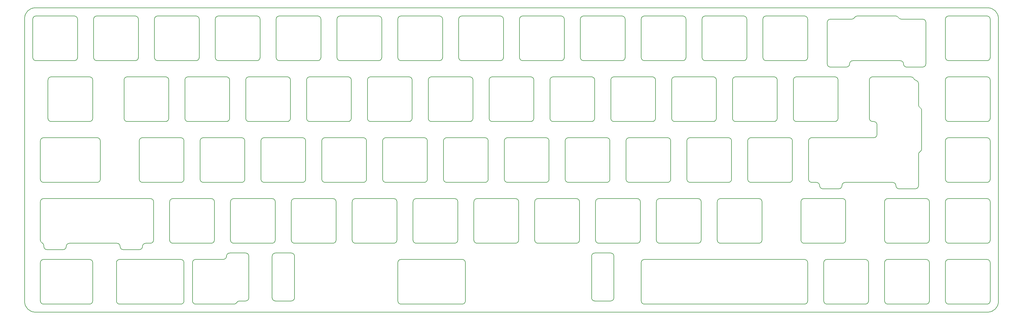
<source format=gbr>
%TF.GenerationSoftware,KiCad,Pcbnew,5.1.10-88a1d61d58~90~ubuntu21.04.1*%
%TF.CreationDate,2021-08-28T01:20:17+02:00*%
%TF.ProjectId,discipline-plate,64697363-6970-46c6-996e-652d706c6174,rev?*%
%TF.SameCoordinates,Original*%
%TF.FileFunction,Paste,Top*%
%TF.FilePolarity,Positive*%
%FSLAX46Y46*%
G04 Gerber Fmt 4.6, Leading zero omitted, Abs format (unit mm)*
G04 Created by KiCad (PCBNEW 5.1.10-88a1d61d58~90~ubuntu21.04.1) date 2021-08-28 01:20:17*
%MOMM*%
%LPD*%
G01*
G04 APERTURE LIST*
%TA.AperFunction,Profile*%
%ADD10C,0.200000*%
%TD*%
%TA.AperFunction,Profile*%
%ADD11C,0.150000*%
%TD*%
G04 APERTURE END LIST*
D10*
X297929300Y-163998400D02*
G75*
G02*
X298929300Y-164998400I0J-1000000D01*
G01*
X298929300Y-176998400D02*
G75*
G02*
X297929300Y-177998400I-1000000J0D01*
G01*
X298929300Y-164998400D02*
X298929300Y-176998400D01*
X246829300Y-164998400D02*
X246829300Y-176998400D01*
X247829300Y-177998400D02*
G75*
G02*
X246829300Y-176998400I0J1000000D01*
G01*
X247829300Y-163998400D02*
X297929300Y-163998400D01*
X247829300Y-177998400D02*
X297929300Y-177998400D01*
X120200325Y-177498400D02*
G75*
G02*
X119334300Y-177998400I-866025J500000D01*
G01*
X123978050Y-175998400D02*
X123978050Y-162998400D01*
X123978050Y-175998400D02*
G75*
G02*
X122978050Y-176998400I-1000000J0D01*
G01*
X107334300Y-177998400D02*
G75*
G02*
X106334300Y-176998400I0J1000000D01*
G01*
X116978050Y-162998400D02*
G75*
G02*
X117978050Y-161998400I1000000J0D01*
G01*
X103665550Y-176998400D02*
G75*
G02*
X102665550Y-177998400I-1000000J0D01*
G01*
X102665550Y-163998400D02*
G75*
G02*
X103665550Y-164998400I0J-1000000D01*
G01*
X103665550Y-164998400D02*
X103665550Y-176998400D01*
X82521800Y-164998400D02*
G75*
G02*
X83521800Y-163998400I1000000J0D01*
G01*
X83521800Y-177998400D02*
G75*
G02*
X82521800Y-176998400I0J1000000D01*
G01*
X122978050Y-161998400D02*
G75*
G02*
X123978050Y-162998400I0J-1000000D01*
G01*
X106334300Y-164998400D02*
X106334300Y-176998400D01*
X107334300Y-177998400D02*
X119334300Y-177998400D01*
X83521800Y-177998400D02*
X102665550Y-177998400D01*
X83521800Y-163998400D02*
X102665550Y-163998400D01*
X107334300Y-163998400D02*
X115978050Y-163998400D01*
X116978049Y-162998400D02*
X116978049Y-162998400D01*
X116978050Y-162998400D02*
G75*
G02*
X115978050Y-163998400I-1000000J0D01*
G01*
X106334300Y-164998400D02*
G75*
G02*
X107334300Y-163998400I1000000J0D01*
G01*
X122978050Y-161998400D02*
X117978050Y-161998400D01*
X120200325Y-177498400D02*
G75*
G02*
X121066350Y-176998400I866025J-500000D01*
G01*
X122978050Y-176998400D02*
X121066350Y-176998400D01*
X75090550Y-176998400D02*
G75*
G02*
X74090550Y-177998400I-1000000J0D01*
G01*
X75090550Y-164998400D02*
X75090550Y-176998400D01*
X58709300Y-164998400D02*
X58709300Y-176998400D01*
X82521800Y-164998400D02*
X82521800Y-176998400D01*
X59709300Y-163998400D02*
X74090550Y-163998400D01*
X59709300Y-177998400D02*
X74090550Y-177998400D01*
X74090550Y-163998400D02*
G75*
G02*
X75090550Y-164998400I0J-1000000D01*
G01*
X59709300Y-177998400D02*
G75*
G02*
X58709300Y-176998400I0J1000000D01*
G01*
X58709300Y-164998400D02*
G75*
G02*
X59709300Y-163998400I1000000J0D01*
G01*
X191769300Y-164998400D02*
X191769300Y-176998400D01*
X170629300Y-164998400D02*
G75*
G02*
X171629300Y-163998400I1000000J0D01*
G01*
X190769300Y-177998400D02*
X171629300Y-177998400D01*
X191769300Y-176998400D02*
G75*
G02*
X190769300Y-177998400I-1000000J0D01*
G01*
X171629300Y-177998400D02*
G75*
G02*
X170629300Y-176998400I0J1000000D01*
G01*
X171629300Y-163998400D02*
X190769300Y-163998400D01*
X190769300Y-163998400D02*
G75*
G02*
X191769300Y-164998400I0J-1000000D01*
G01*
X170629300Y-176998400D02*
X170629300Y-164998400D01*
X246829300Y-164998400D02*
G75*
G02*
X247829300Y-163998400I1000000J0D01*
G01*
X299216800Y-126898400D02*
G75*
G02*
X300216800Y-125898400I1000000J0D01*
G01*
X331266800Y-106848400D02*
X319266799Y-106848400D01*
X320648050Y-124898400D02*
X320648050Y-121848400D01*
X320648050Y-124898400D02*
G75*
G02*
X319648050Y-125898400I-1000000J0D01*
G01*
X319648050Y-120848400D02*
G75*
G02*
X320648050Y-121848400I0J-1000000D01*
G01*
X319266799Y-120848400D02*
G75*
G02*
X318266799Y-119848400I0J1000000D01*
G01*
X299216800Y-126898400D02*
X299216800Y-138898400D01*
X319266799Y-120848400D02*
X319648050Y-120848400D01*
X334648050Y-129373400D02*
X334648050Y-117373400D01*
X332167637Y-107414244D02*
G75*
G03*
X332858263Y-107957744I900838J434156D01*
G01*
X334148050Y-130239425D02*
G75*
G03*
X333648050Y-131105450I500000J-866025D01*
G01*
X300216800Y-139898400D02*
X301685050Y-139898400D01*
X300216800Y-125898400D02*
X319648050Y-125898400D01*
X333648050Y-140898400D02*
X333648050Y-131105450D01*
X327566004Y-141897090D02*
G75*
G02*
X326566003Y-140897089I0J1000001D01*
G01*
X334648050Y-129373400D02*
G75*
G02*
X334148050Y-130239425I-1000000J0D01*
G01*
X303689997Y-141898388D02*
G75*
G02*
X302685050Y-140898400I-4947J999988D01*
G01*
X333648050Y-140898400D02*
G75*
G02*
X332648050Y-141898400I-1000000J0D01*
G01*
X303689991Y-141897089D02*
X308689994Y-141897089D01*
X309689994Y-140897089D02*
G75*
G02*
X308689994Y-141897089I-1000000J0D01*
G01*
X300216800Y-139898400D02*
G75*
G02*
X299216800Y-138898400I0J1000000D01*
G01*
X332858263Y-107957744D02*
G75*
G02*
X333648050Y-108935400I-210213J-977656D01*
G01*
X318266799Y-107848400D02*
X318266799Y-119848400D01*
X326566003Y-140897089D02*
G75*
G03*
X325566003Y-139897089I-1000000J0D01*
G01*
X334148050Y-116507375D02*
G75*
G02*
X334648050Y-117373400I-500000J-866025D01*
G01*
X310689995Y-139897088D02*
G75*
G03*
X309689994Y-140897089I0J-1000001D01*
G01*
X302685050Y-140898400D02*
G75*
G03*
X301685050Y-139898400I-1000000J0D01*
G01*
X310689995Y-139897088D02*
X325566003Y-139897089D01*
X333648049Y-115641349D02*
G75*
G03*
X334148050Y-116507375I1000001J0D01*
G01*
X327566004Y-141897090D02*
X332648050Y-141898400D01*
X331266800Y-106848401D02*
G75*
G02*
X332167637Y-107414244I0J-999999D01*
G01*
X318266799Y-107848400D02*
G75*
G02*
X319266799Y-106848400I1000000J0D01*
G01*
X302685050Y-140898400D02*
X302685050Y-140898400D01*
X333648050Y-115641349D02*
X333648050Y-108935400D01*
X82673550Y-158948400D02*
G75*
G02*
X83673550Y-159948400I0J-1000000D01*
G01*
X59797549Y-159948400D02*
X59797549Y-159727846D01*
X66797550Y-159948400D02*
G75*
G02*
X67797550Y-158948400I1000000J0D01*
G01*
X59710550Y-144948400D02*
X93141800Y-144948400D01*
X84673550Y-160948400D02*
G75*
G02*
X83673550Y-159948400I0J1000000D01*
G01*
X94141800Y-157948400D02*
G75*
G02*
X93141800Y-158948400I-1000000J0D01*
G01*
X60797549Y-160948399D02*
X65797550Y-160948399D01*
X66797550Y-159948400D02*
G75*
G02*
X65797550Y-160948400I-1000000J0D01*
G01*
X58710550Y-145948399D02*
X58710550Y-157948400D01*
X83673550Y-159948400D02*
X83673550Y-159948400D01*
X59254050Y-158838123D02*
G75*
G02*
X59797550Y-159727846I-456500J-889723D01*
G01*
X94141800Y-145948399D02*
X94141800Y-157948400D01*
X66797550Y-159948400D02*
X66797550Y-159948400D01*
X58710550Y-145948399D02*
G75*
G02*
X59710550Y-144948399I1000000J0D01*
G01*
X90673550Y-159948400D02*
G75*
G02*
X89673550Y-160948400I-1000000J0D01*
G01*
X90673550Y-159948400D02*
G75*
G02*
X91673550Y-158948400I1000000J0D01*
G01*
X67797550Y-158948399D02*
X82673550Y-158948399D01*
X93141800Y-144948399D02*
G75*
G02*
X94141800Y-145948399I0J-1000000D01*
G01*
X90673550Y-159948400D02*
X90673550Y-159948400D01*
X84673550Y-160948399D02*
X89673550Y-160948399D01*
X91673550Y-158948399D02*
X93141800Y-158948399D01*
X60797549Y-160948400D02*
G75*
G02*
X59797549Y-159948400I0J1000000D01*
G01*
X59254050Y-158838123D02*
G75*
G02*
X58710550Y-157948400I456500J889723D01*
G01*
X356079300Y-119848400D02*
G75*
G02*
X355079300Y-120848400I-1000000J0D01*
G01*
X356079300Y-100798400D02*
G75*
G02*
X355079300Y-101798400I-1000000J0D01*
G01*
X160816800Y-138898400D02*
G75*
G02*
X159816800Y-139898400I-1000000J0D01*
G01*
X155054300Y-106848400D02*
G75*
G02*
X156054300Y-107848400I0J-1000000D01*
G01*
X137273050Y-161998400D02*
G75*
G02*
X138273050Y-162998400I0J-1000000D01*
G01*
X284929300Y-88798400D02*
G75*
G02*
X285929300Y-87798400I1000000J0D01*
G01*
X132273050Y-161998400D02*
X137273050Y-161998400D01*
X75379300Y-100798400D02*
X75379300Y-88798400D01*
X307454300Y-120848400D02*
X295454300Y-120848400D01*
X131273050Y-175998400D02*
X131273050Y-162998400D01*
X138273050Y-162998400D02*
X138273050Y-175998400D01*
X100191800Y-158948400D02*
G75*
G02*
X99191800Y-157948400I0J1000000D01*
G01*
X112191800Y-158948400D02*
X100191800Y-158948400D01*
X221729300Y-101798400D02*
X209729300Y-101798400D01*
X131273050Y-162998400D02*
G75*
G02*
X132273050Y-161998400I1000000J0D01*
G01*
X146529300Y-88798400D02*
X146529300Y-100798400D01*
X231254300Y-106848400D02*
G75*
G02*
X232254300Y-107848400I0J-1000000D01*
G01*
X132529300Y-88798400D02*
G75*
G02*
X133529300Y-87798400I1000000J0D01*
G01*
X89379300Y-88798400D02*
X89379300Y-100798400D01*
X128766800Y-125898400D02*
X140766800Y-125898400D01*
X143054300Y-106848400D02*
X155054300Y-106848400D01*
X62091800Y-106848400D02*
X74091800Y-106848400D01*
X140766800Y-125898400D02*
G75*
G02*
X141766800Y-126898400I0J-1000000D01*
G01*
X356079300Y-145948400D02*
X356079300Y-157948400D01*
X127766800Y-126898400D02*
G75*
G02*
X128766800Y-125898400I1000000J0D01*
G01*
X232254300Y-107848400D02*
X232254300Y-119848400D01*
X245541800Y-158948400D02*
X233541800Y-158948400D01*
X355079300Y-139898400D02*
X343079300Y-139898400D01*
X236016800Y-139898400D02*
X224016800Y-139898400D01*
X356079300Y-88798400D02*
X356079300Y-100798400D01*
X137291800Y-145948400D02*
G75*
G02*
X138291800Y-144948400I1000000J0D01*
G01*
X255066800Y-139898400D02*
X243066800Y-139898400D01*
X343079300Y-101798400D02*
G75*
G02*
X342079300Y-100798400I0J1000000D01*
G01*
X137273050Y-176998400D02*
X132273050Y-176998400D01*
X137291800Y-157948400D02*
X137291800Y-145948400D01*
X256066800Y-126898400D02*
X256066800Y-138898400D01*
X337029300Y-145948400D02*
X337029300Y-157948400D01*
X119241800Y-158948400D02*
G75*
G02*
X118241800Y-157948400I0J1000000D01*
G01*
X56329300Y-88798400D02*
G75*
G02*
X57329300Y-87798400I1000000J0D01*
G01*
X335942300Y-102798400D02*
G75*
G02*
X334942300Y-103798400I-1000000J0D01*
G01*
X342079300Y-138898400D02*
X342079300Y-126898400D01*
X231279300Y-175998400D02*
X231279300Y-162998400D01*
X150291799Y-158948400D02*
X138291800Y-158948400D01*
X197916800Y-139898400D02*
X185916800Y-139898400D01*
X203966800Y-138898400D02*
X203966800Y-126898400D01*
X138291800Y-158948400D02*
G75*
G02*
X137291800Y-157948400I0J1000000D01*
G01*
X124004300Y-120848400D02*
G75*
G02*
X123004300Y-119848400I0J1000000D01*
G01*
X76379300Y-87798400D02*
X88379300Y-87798400D01*
X104954300Y-120848400D02*
G75*
G02*
X103954300Y-119848400I0J1000000D01*
G01*
X285929300Y-101798400D02*
G75*
G02*
X284929300Y-100798400I0J1000000D01*
G01*
X243066800Y-139898400D02*
G75*
G02*
X242066800Y-138898400I0J1000000D01*
G01*
X343079300Y-158948400D02*
G75*
G02*
X342079300Y-157948400I0J1000000D01*
G01*
X309835550Y-144948400D02*
G75*
G02*
X310835550Y-145948400I0J-1000000D01*
G01*
X117954300Y-107848400D02*
X117954300Y-119848400D01*
X175391800Y-145948400D02*
G75*
G02*
X176391800Y-144948400I1000000J0D01*
G01*
X342079300Y-100798400D02*
X342079300Y-88798400D01*
X114479299Y-87798400D02*
X126479300Y-87798400D01*
X342079300Y-88798400D02*
G75*
G02*
X343079300Y-87798400I1000000J0D01*
G01*
X75379300Y-88798400D02*
G75*
G02*
X76379300Y-87798400I1000000J0D01*
G01*
X238304300Y-120848400D02*
G75*
G02*
X237304300Y-119848400I0J1000000D01*
G01*
X126479300Y-87798400D02*
G75*
G02*
X127479300Y-88798400I0J-1000000D01*
G01*
X243066800Y-125898400D02*
X255066800Y-125898400D01*
X133529300Y-87798400D02*
X145529300Y-87798400D01*
X175391800Y-157948400D02*
X175391800Y-145948400D01*
X132241800Y-145948400D02*
X132241800Y-157948400D01*
X311066300Y-103798400D02*
X306066300Y-103798400D01*
X145529300Y-87798400D02*
G75*
G02*
X146529300Y-88798400I0J-1000000D01*
G01*
X145529300Y-101798400D02*
X133529300Y-101798400D01*
X127479300Y-100798400D02*
G75*
G02*
X126479300Y-101798400I-1000000J0D01*
G01*
X326504300Y-87798400D02*
G75*
G02*
X327370325Y-88298400I0J-1000000D01*
G01*
X327942300Y-101798400D02*
G75*
G02*
X328942300Y-102798400I0J-1000000D01*
G01*
X305066300Y-89798400D02*
G75*
G02*
X306066300Y-88798400I1000000J0D01*
G01*
X355079300Y-144948400D02*
G75*
G02*
X356079300Y-145948400I0J-1000000D01*
G01*
X223016800Y-138898400D02*
X223016800Y-126898400D01*
X237279300Y-176998400D02*
X232279300Y-176998400D01*
X216966800Y-139898400D02*
X204966800Y-139898400D01*
X185916800Y-125898400D02*
X197916800Y-125898400D01*
X127479299Y-88798400D02*
X127479300Y-100798400D01*
X126479300Y-101798400D02*
X114479299Y-101798400D01*
X119241800Y-144948400D02*
X131241800Y-144948400D01*
X296835550Y-157948400D02*
X296835550Y-145948400D01*
X296835550Y-145948400D02*
G75*
G02*
X297835550Y-144948400I1000000J0D01*
G01*
X342079300Y-126898400D02*
G75*
G02*
X343079300Y-125898400I1000000J0D01*
G01*
X70329299Y-88798400D02*
X70329300Y-100798400D01*
X281166800Y-139898400D02*
G75*
G02*
X280166800Y-138898400I0J1000000D01*
G01*
X103954300Y-107848400D02*
G75*
G02*
X104954300Y-106848400I1000000J0D01*
G01*
X219254300Y-106848400D02*
X231254300Y-106848400D01*
X208441800Y-157948400D02*
G75*
G02*
X207441800Y-158948400I-1000000J0D01*
G01*
X76473050Y-139898400D02*
X59710550Y-139898400D01*
X123004300Y-107848400D02*
G75*
G02*
X124004300Y-106848400I1000000J0D01*
G01*
X147816800Y-139898400D02*
G75*
G02*
X146816800Y-138898400I0J1000000D01*
G01*
X257354300Y-120848400D02*
G75*
G02*
X256354300Y-119848400I0J1000000D01*
G01*
X122716800Y-138898400D02*
G75*
G02*
X121716800Y-139898400I-1000000J0D01*
G01*
X142054300Y-107848400D02*
G75*
G02*
X143054300Y-106848400I1000000J0D01*
G01*
X159816800Y-125898400D02*
G75*
G02*
X160816800Y-126898400I0J-1000000D01*
G01*
X251304300Y-119848400D02*
G75*
G02*
X250304300Y-120848400I-1000000J0D01*
G01*
X274116800Y-139898400D02*
X262116800Y-139898400D01*
X100191800Y-144948400D02*
X112191800Y-144948400D01*
X85904300Y-120848400D02*
G75*
G02*
X84904300Y-119848400I0J1000000D01*
G01*
X308454300Y-119848400D02*
G75*
G02*
X307454300Y-120848400I-1000000J0D01*
G01*
X214491800Y-144948400D02*
X226491800Y-144948400D01*
X262116800Y-125898400D02*
X274116800Y-125898400D01*
X75091800Y-119848400D02*
G75*
G02*
X74091800Y-120848400I-1000000J0D01*
G01*
X193154300Y-106848400D02*
G75*
G02*
X194154300Y-107848400I0J-1000000D01*
G01*
X108716800Y-138898400D02*
X108716800Y-126898400D01*
X256354300Y-119848400D02*
X256354300Y-107848400D01*
X227779300Y-88798400D02*
G75*
G02*
X228779300Y-87798400I1000000J0D01*
G01*
X250304300Y-106848400D02*
G75*
G02*
X251304300Y-107848400I0J-1000000D01*
G01*
X61091800Y-107848400D02*
G75*
G02*
X62091800Y-106848400I1000000J0D01*
G01*
X109716800Y-139898400D02*
G75*
G02*
X108716800Y-138898400I0J1000000D01*
G01*
X89379300Y-100798400D02*
G75*
G02*
X88379300Y-101798400I-1000000J0D01*
G01*
X151579300Y-100798400D02*
X151579300Y-88798400D01*
X88379300Y-101798400D02*
X76379300Y-101798400D01*
X190679300Y-101798400D02*
G75*
G02*
X189679300Y-100798400I0J1000000D01*
G01*
X281166800Y-125898400D02*
X293166800Y-125898400D01*
X323029300Y-176998400D02*
X323029300Y-164998400D01*
X260829300Y-88798400D02*
X260829300Y-100798400D01*
X208441800Y-145948400D02*
X208441800Y-157948400D01*
X121716800Y-139898400D02*
X109716800Y-139898400D01*
X209729300Y-101798400D02*
G75*
G02*
X208729300Y-100798400I0J1000000D01*
G01*
X279879300Y-88798400D02*
X279879300Y-100798400D01*
X183629299Y-87798400D02*
G75*
G02*
X184629299Y-88798400I0J-1000000D01*
G01*
X269354300Y-106848400D02*
G75*
G02*
X270354300Y-107848400I0J-1000000D01*
G01*
X316979300Y-177998400D02*
X304979300Y-177998400D01*
X237304300Y-119848400D02*
X237304300Y-107848400D01*
X95429300Y-101798400D02*
G75*
G02*
X94429300Y-100798400I0J1000000D01*
G01*
X297929300Y-87798400D02*
G75*
G02*
X298929300Y-88798400I0J-1000000D01*
G01*
X141766800Y-126898400D02*
X141766800Y-138898400D01*
X232254300Y-119848400D02*
G75*
G02*
X231254300Y-120848400I-1000000J0D01*
G01*
X227491800Y-157948400D02*
G75*
G02*
X226491800Y-158948400I-1000000J0D01*
G01*
X232541800Y-157948400D02*
X232541800Y-145948400D01*
X169341800Y-144948400D02*
G75*
G02*
X170341800Y-145948400I0J-1000000D01*
G01*
X270641800Y-145948400D02*
G75*
G02*
X271641800Y-144948400I1000000J0D01*
G01*
X76379300Y-101798400D02*
G75*
G02*
X75379300Y-100798400I0J1000000D01*
G01*
X270641800Y-157948400D02*
X270641800Y-145948400D01*
X189391800Y-157948400D02*
G75*
G02*
X188391800Y-158948400I-1000000J0D01*
G01*
X227491800Y-145948400D02*
X227491800Y-157948400D01*
X132273050Y-176998400D02*
G75*
G02*
X131273050Y-175998400I0J1000000D01*
G01*
X62091800Y-120848400D02*
G75*
G02*
X61091800Y-119848400I0J1000000D01*
G01*
X342079300Y-107848400D02*
G75*
G02*
X343079300Y-106848400I1000000J0D01*
G01*
X137004300Y-119848400D02*
G75*
G02*
X136004300Y-120848400I-1000000J0D01*
G01*
X342079300Y-164998400D02*
G75*
G02*
X343079300Y-163998400I1000000J0D01*
G01*
X336029300Y-163998400D02*
G75*
G02*
X337029300Y-164998400I0J-1000000D01*
G01*
X99191800Y-157948400D02*
X99191800Y-145948400D01*
X156341800Y-157948400D02*
X156341800Y-145948400D01*
X240779300Y-101798400D02*
X228779300Y-101798400D01*
X188391800Y-144948400D02*
G75*
G02*
X189391800Y-145948400I0J-1000000D01*
G01*
X203679300Y-100798400D02*
G75*
G02*
X202679300Y-101798400I-1000000J0D01*
G01*
X251591800Y-157948400D02*
X251591800Y-145948400D01*
X264591800Y-158948400D02*
X252591800Y-158948400D01*
X356079300Y-176998400D02*
G75*
G02*
X355079300Y-177998400I-1000000J0D01*
G01*
X275116800Y-126898400D02*
X275116800Y-138898400D01*
X232541800Y-145948400D02*
G75*
G02*
X233541800Y-144948400I1000000J0D01*
G01*
X307454300Y-106848400D02*
G75*
G02*
X308454300Y-107848400I0J-1000000D01*
G01*
X58710550Y-126898400D02*
G75*
G02*
X59710550Y-125898400I1000000J0D01*
G01*
X157341800Y-144948400D02*
X169341800Y-144948400D01*
X336029300Y-177998400D02*
X324029300Y-177998400D01*
X342079300Y-119848400D02*
X342079300Y-107848400D01*
X250304300Y-120848400D02*
X238304300Y-120848400D01*
X257354300Y-106848400D02*
X269354300Y-106848400D01*
X136004300Y-120848400D02*
X124004300Y-120848400D01*
X275116800Y-138898400D02*
G75*
G02*
X274116800Y-139898400I-1000000J0D01*
G01*
X156054300Y-107848400D02*
X156054300Y-119848400D01*
X138273050Y-175998400D02*
G75*
G02*
X137273050Y-176998400I-1000000J0D01*
G01*
X212204300Y-120848400D02*
X200204300Y-120848400D01*
X165866800Y-138898400D02*
X165866800Y-126898400D01*
X280166800Y-138898400D02*
X280166800Y-126898400D01*
X95429300Y-87798400D02*
X107429300Y-87798400D01*
X222729300Y-88798400D02*
X222729300Y-100798400D01*
X271641800Y-158948400D02*
G75*
G02*
X270641800Y-157948400I0J1000000D01*
G01*
X107429300Y-87798400D02*
G75*
G02*
X108429300Y-88798400I0J-1000000D01*
G01*
X293166800Y-125898400D02*
G75*
G02*
X294166800Y-126898400I0J-1000000D01*
G01*
X179866800Y-138898400D02*
G75*
G02*
X178866800Y-139898400I-1000000J0D01*
G01*
X246541800Y-145948400D02*
X246541800Y-157948400D01*
X303979300Y-164998400D02*
G75*
G02*
X304979300Y-163998400I1000000J0D01*
G01*
X165579300Y-88798400D02*
X165579300Y-100798400D01*
X61091800Y-119848400D02*
X61091800Y-107848400D01*
X256354300Y-107848400D02*
G75*
G02*
X257354300Y-106848400I1000000J0D01*
G01*
X213491800Y-157948400D02*
X213491800Y-145948400D01*
X194441800Y-145948400D02*
G75*
G02*
X195441800Y-144948400I1000000J0D01*
G01*
X146816800Y-126898400D02*
G75*
G02*
X147816800Y-125898400I1000000J0D01*
G01*
X233541800Y-158948400D02*
G75*
G02*
X232541800Y-157948400I0J1000000D01*
G01*
X176391800Y-144948400D02*
X188391800Y-144948400D01*
X209729300Y-87798400D02*
X221729300Y-87798400D01*
X127766800Y-138898400D02*
X127766800Y-126898400D01*
X194154300Y-119848400D02*
G75*
G02*
X193154300Y-120848400I-1000000J0D01*
G01*
X356079300Y-164998400D02*
X356079300Y-176998400D01*
X178866800Y-139898400D02*
X166866800Y-139898400D01*
X102666800Y-139898400D02*
X90666800Y-139898400D01*
X356079300Y-107848400D02*
X356079300Y-119848400D01*
X94429300Y-88798400D02*
G75*
G02*
X95429300Y-87798400I1000000J0D01*
G01*
X113191800Y-145948400D02*
X113191800Y-157948400D01*
X355079300Y-106848400D02*
G75*
G02*
X356079300Y-107848400I0J-1000000D01*
G01*
X156341800Y-145948400D02*
G75*
G02*
X157341800Y-144948400I1000000J0D01*
G01*
X98904300Y-119848400D02*
G75*
G02*
X97904300Y-120848400I-1000000J0D01*
G01*
X228779300Y-101798400D02*
G75*
G02*
X227779300Y-100798400I0J1000000D01*
G01*
X246541800Y-157948400D02*
G75*
G02*
X245541800Y-158948400I-1000000J0D01*
G01*
X170341800Y-145948400D02*
X170341800Y-157948400D01*
X259829300Y-87798400D02*
G75*
G02*
X260829300Y-88798400I0J-1000000D01*
G01*
X304979300Y-177998400D02*
G75*
G02*
X303979300Y-176998400I0J1000000D01*
G01*
X102666800Y-125898400D02*
G75*
G02*
X103666800Y-126898400I0J-1000000D01*
G01*
X103666800Y-138898400D02*
G75*
G02*
X102666800Y-139898400I-1000000J0D01*
G01*
X343079300Y-177998400D02*
G75*
G02*
X342079300Y-176998400I0J1000000D01*
G01*
X74091800Y-120848400D02*
X62091800Y-120848400D01*
X140766800Y-139898400D02*
X128766800Y-139898400D01*
X343079300Y-163998400D02*
X355079300Y-163998400D01*
X109716800Y-125898400D02*
X121716800Y-125898400D01*
X77473050Y-126898400D02*
X77473050Y-138898400D01*
X165866800Y-126898400D02*
G75*
G02*
X166866800Y-125898400I1000000J0D01*
G01*
X162104300Y-106848400D02*
X174104300Y-106848400D01*
X85904300Y-106848400D02*
X97904300Y-106848400D01*
X89666800Y-126898400D02*
G75*
G02*
X90666800Y-125898400I1000000J0D01*
G01*
X199204300Y-107848400D02*
G75*
G02*
X200204300Y-106848400I1000000J0D01*
G01*
X112191800Y-144948400D02*
G75*
G02*
X113191800Y-145948400I0J-1000000D01*
G01*
X84904300Y-107848400D02*
G75*
G02*
X85904300Y-106848400I1000000J0D01*
G01*
X285929300Y-87798400D02*
X297929300Y-87798400D01*
X226491800Y-158948400D02*
X214491800Y-158948400D01*
X174104300Y-120848400D02*
X162104300Y-120848400D01*
X113191800Y-157948400D02*
G75*
G02*
X112191800Y-158948400I-1000000J0D01*
G01*
X337029300Y-164998400D02*
X337029300Y-176998400D01*
X189679300Y-88798400D02*
G75*
G02*
X190679300Y-87798400I1000000J0D01*
G01*
X189391800Y-145948400D02*
X189391800Y-157948400D01*
X245541800Y-144948400D02*
G75*
G02*
X246541800Y-145948400I0J-1000000D01*
G01*
X59710550Y-125898400D02*
X76473050Y-125898400D01*
X298929300Y-88798400D02*
X298929300Y-100798400D01*
X293166800Y-139898400D02*
X281166800Y-139898400D01*
X157341800Y-158948400D02*
G75*
G02*
X156341800Y-157948400I0J1000000D01*
G01*
X174104300Y-106848400D02*
G75*
G02*
X175104300Y-107848400I0J-1000000D01*
G01*
X108716800Y-126898400D02*
G75*
G02*
X109716800Y-125898400I1000000J0D01*
G01*
X179866800Y-126898400D02*
X179866800Y-138898400D01*
X77473050Y-138898400D02*
G75*
G02*
X76473050Y-139898400I-1000000J0D01*
G01*
X200204300Y-120848400D02*
G75*
G02*
X199204300Y-119848400I0J1000000D01*
G01*
X213491800Y-145948400D02*
G75*
G02*
X214491800Y-144948400I1000000J0D01*
G01*
X219254300Y-120848400D02*
G75*
G02*
X218254300Y-119848400I0J1000000D01*
G01*
X278879300Y-87798400D02*
G75*
G02*
X279879300Y-88798400I0J-1000000D01*
G01*
X74091800Y-106848400D02*
G75*
G02*
X75091800Y-107848400I0J-1000000D01*
G01*
X190679300Y-87798400D02*
X202679300Y-87798400D01*
X89666800Y-138898400D02*
X89666800Y-126898400D01*
X317979300Y-164998400D02*
X317979300Y-176998400D01*
X238304300Y-106848400D02*
X250304300Y-106848400D01*
X84904300Y-119848400D02*
X84904300Y-107848400D01*
X195441800Y-158948400D02*
G75*
G02*
X194441800Y-157948400I0J1000000D01*
G01*
X262116800Y-139898400D02*
G75*
G02*
X261116800Y-138898400I0J1000000D01*
G01*
X233541800Y-144948400D02*
X245541800Y-144948400D01*
X270354300Y-119848400D02*
G75*
G02*
X269354300Y-120848400I-1000000J0D01*
G01*
X98904300Y-107848400D02*
X98904300Y-119848400D01*
X280166800Y-126898400D02*
G75*
G02*
X281166800Y-125898400I1000000J0D01*
G01*
X123004300Y-119848400D02*
X123004300Y-107848400D01*
X189679300Y-100798400D02*
X189679300Y-88798400D01*
X294454300Y-107848400D02*
G75*
G02*
X295454300Y-106848400I1000000J0D01*
G01*
X261116800Y-138898400D02*
X261116800Y-126898400D01*
X226491800Y-144948400D02*
G75*
G02*
X227491800Y-145948400I0J-1000000D01*
G01*
X241779300Y-88798400D02*
X241779300Y-100798400D01*
X317979300Y-176998400D02*
G75*
G02*
X316979300Y-177998400I-1000000J0D01*
G01*
X259829300Y-101798400D02*
X247829300Y-101798400D01*
X265591800Y-157948400D02*
G75*
G02*
X264591800Y-158948400I-1000000J0D01*
G01*
X107429300Y-101798400D02*
X95429300Y-101798400D01*
X207441800Y-144948400D02*
G75*
G02*
X208441800Y-145948400I0J-1000000D01*
G01*
X283641800Y-158948400D02*
X271641800Y-158948400D01*
X252591800Y-158948400D02*
G75*
G02*
X251591800Y-157948400I0J1000000D01*
G01*
X294166800Y-126898400D02*
X294166800Y-138898400D01*
X208729300Y-88798400D02*
G75*
G02*
X209729300Y-87798400I1000000J0D01*
G01*
X247829300Y-101798400D02*
G75*
G02*
X246829300Y-100798400I0J1000000D01*
G01*
X103666800Y-126898400D02*
X103666800Y-138898400D01*
X169341800Y-158948400D02*
X157341800Y-158948400D01*
X269354300Y-120848400D02*
X257354300Y-120848400D01*
X284641800Y-157948400D02*
G75*
G02*
X283641800Y-158948400I-1000000J0D01*
G01*
X161104300Y-107848400D02*
G75*
G02*
X162104300Y-106848400I1000000J0D01*
G01*
X108429300Y-88798400D02*
X108429300Y-100798400D01*
X136004300Y-106848400D02*
G75*
G02*
X137004300Y-107848400I0J-1000000D01*
G01*
X208729300Y-100798400D02*
X208729300Y-88798400D01*
X178866800Y-125898400D02*
G75*
G02*
X179866800Y-126898400I0J-1000000D01*
G01*
X343079300Y-106848400D02*
X355079300Y-106848400D01*
X294454300Y-119848400D02*
X294454300Y-107848400D01*
X97904300Y-106848400D02*
G75*
G02*
X98904300Y-107848400I0J-1000000D01*
G01*
X199204300Y-119848400D02*
X199204300Y-107848400D01*
X270354300Y-107848400D02*
X270354300Y-119848400D01*
X170341800Y-157948400D02*
G75*
G02*
X169341800Y-158948400I-1000000J0D01*
G01*
X75091800Y-107848400D02*
X75091800Y-119848400D01*
X246829300Y-88798400D02*
G75*
G02*
X247829300Y-87798400I1000000J0D01*
G01*
X166866800Y-125898400D02*
X178866800Y-125898400D01*
X203679300Y-88798400D02*
X203679300Y-100798400D01*
X146816800Y-138898400D02*
X146816800Y-126898400D01*
X124004300Y-106848400D02*
X136004300Y-106848400D01*
X181154300Y-120848400D02*
G75*
G02*
X180154300Y-119848400I0J1000000D01*
G01*
X227779300Y-100798400D02*
X227779300Y-88798400D01*
X76473050Y-125898400D02*
G75*
G02*
X77473050Y-126898400I0J-1000000D01*
G01*
X152579300Y-87798400D02*
X164579300Y-87798400D01*
X212204300Y-106848400D02*
G75*
G02*
X213204300Y-107848400I0J-1000000D01*
G01*
X90666800Y-125898400D02*
X102666800Y-125898400D01*
X99191800Y-145948400D02*
G75*
G02*
X100191800Y-144948400I1000000J0D01*
G01*
X161104300Y-119848400D02*
X161104300Y-107848400D01*
X121716800Y-125898400D02*
G75*
G02*
X122716800Y-126898400I0J-1000000D01*
G01*
X241779300Y-100798400D02*
G75*
G02*
X240779300Y-101798400I-1000000J0D01*
G01*
X240779300Y-87798400D02*
G75*
G02*
X241779300Y-88798400I0J-1000000D01*
G01*
X151579300Y-88798400D02*
G75*
G02*
X152579300Y-87798400I1000000J0D01*
G01*
X176391800Y-158948400D02*
G75*
G02*
X175391800Y-157948400I0J1000000D01*
G01*
X108429300Y-100798400D02*
G75*
G02*
X107429300Y-101798400I-1000000J0D01*
G01*
X213204300Y-119848400D02*
G75*
G02*
X212204300Y-120848400I-1000000J0D01*
G01*
X261116800Y-126898400D02*
G75*
G02*
X262116800Y-125898400I1000000J0D01*
G01*
X295454300Y-120848400D02*
G75*
G02*
X294454300Y-119848400I0J1000000D01*
G01*
X343079300Y-120848400D02*
G75*
G02*
X342079300Y-119848400I0J1000000D01*
G01*
X166866800Y-139898400D02*
G75*
G02*
X165866800Y-138898400I0J1000000D01*
G01*
X218254300Y-119848400D02*
X218254300Y-107848400D01*
X284641800Y-145948400D02*
X284641800Y-157948400D01*
X164579300Y-101798400D02*
X152579300Y-101798400D01*
X304979300Y-163998400D02*
X316979300Y-163998400D01*
X355079300Y-177998400D02*
X343079300Y-177998400D01*
X252591800Y-144948400D02*
X264591800Y-144948400D01*
X159816800Y-139898400D02*
X147816800Y-139898400D01*
X122716800Y-126898400D02*
X122716800Y-138898400D01*
X180154300Y-119848400D02*
X180154300Y-107848400D01*
X195441800Y-144948400D02*
X207441800Y-144948400D01*
X294166800Y-138898400D02*
G75*
G02*
X293166800Y-139898400I-1000000J0D01*
G01*
X160816800Y-126898400D02*
X160816800Y-138898400D01*
X247829300Y-87798400D02*
X259829300Y-87798400D01*
X324029300Y-163998400D02*
X336029300Y-163998400D01*
X207441800Y-158948400D02*
X195441800Y-158948400D01*
X155054300Y-120848400D02*
X143054300Y-120848400D01*
X165579300Y-100798400D02*
G75*
G02*
X164579300Y-101798400I-1000000J0D01*
G01*
X295454300Y-106848400D02*
X307454300Y-106848400D01*
X188391800Y-158948400D02*
X176391800Y-158948400D01*
X175104300Y-107848400D02*
X175104300Y-119848400D01*
X308454300Y-107848400D02*
X308454300Y-119848400D01*
X152579300Y-101798400D02*
G75*
G02*
X151579300Y-100798400I0J1000000D01*
G01*
X355079300Y-163998400D02*
G75*
G02*
X356079300Y-164998400I0J-1000000D01*
G01*
X202679300Y-87798400D02*
G75*
G02*
X203679300Y-88798400I0J-1000000D01*
G01*
X58710550Y-138898400D02*
X58710550Y-126898400D01*
X59710550Y-139898400D02*
G75*
G02*
X58710550Y-138898400I0J1000000D01*
G01*
X132529300Y-100798400D02*
X132529300Y-88798400D01*
X180154300Y-107848400D02*
G75*
G02*
X181154300Y-106848400I1000000J0D01*
G01*
X275404300Y-119848400D02*
X275404300Y-107848400D01*
X133529300Y-101798400D02*
G75*
G02*
X132529300Y-100798400I0J1000000D01*
G01*
X69329300Y-101798400D02*
X57329300Y-101798400D01*
X276404300Y-120848400D02*
G75*
G02*
X275404300Y-119848400I0J1000000D01*
G01*
X342079300Y-157948400D02*
X342079300Y-145948400D01*
X138291800Y-144948400D02*
X150291799Y-144948400D01*
X231279300Y-162998400D02*
G75*
G02*
X232279300Y-161998400I1000000J0D01*
G01*
X310835550Y-145948400D02*
X310835550Y-157948400D01*
X198916800Y-138898400D02*
G75*
G02*
X197916800Y-139898400I-1000000J0D01*
G01*
X113479299Y-88798400D02*
G75*
G02*
X114479299Y-87798400I1000000J0D01*
G01*
X237304300Y-107848400D02*
G75*
G02*
X238304300Y-106848400I1000000J0D01*
G01*
X69329300Y-87798401D02*
G75*
G02*
X70329299Y-88798400I0J-999999D01*
G01*
X312066300Y-102798400D02*
G75*
G02*
X313066300Y-101798400I1000000J0D01*
G01*
X194154300Y-107848400D02*
X194154300Y-119848400D01*
X355079300Y-125898400D02*
G75*
G02*
X356079300Y-126898400I0J-1000000D01*
G01*
X310835550Y-157948400D02*
G75*
G02*
X309835550Y-158948400I-1000000J0D01*
G01*
X306066300Y-88798400D02*
X312772249Y-88798400D01*
X305066300Y-102798400D02*
X305066300Y-89798400D01*
X313638275Y-88298400D02*
G75*
G02*
X314504300Y-87798400I866025J-500000D01*
G01*
X197916800Y-125898400D02*
G75*
G02*
X198916800Y-126898400I0J-1000000D01*
G01*
X143054300Y-120848400D02*
G75*
G02*
X142054300Y-119848400I0J1000000D01*
G01*
X323029300Y-157948400D02*
X323029300Y-145948400D01*
X336029300Y-158948400D02*
X324029300Y-158948400D01*
X150291799Y-144948400D02*
G75*
G02*
X151291799Y-145948400I0J-1000000D01*
G01*
X343079300Y-125898400D02*
X355079300Y-125898400D01*
X271641800Y-144948400D02*
X283641800Y-144948400D01*
X298929300Y-100798400D02*
G75*
G02*
X297929300Y-101798400I-1000000J0D01*
G01*
X116954300Y-106848400D02*
G75*
G02*
X117954300Y-107848400I0J-1000000D01*
G01*
X231254300Y-120848400D02*
X219254300Y-120848400D01*
X224016800Y-139898400D02*
G75*
G02*
X223016800Y-138898400I0J1000000D01*
G01*
X217966800Y-126898400D02*
X217966800Y-138898400D01*
X116954300Y-120848400D02*
X104954300Y-120848400D01*
X288404300Y-120848400D02*
X276404300Y-120848400D01*
X266879300Y-101798400D02*
G75*
G02*
X265879300Y-100798400I0J1000000D01*
G01*
X343079300Y-139898400D02*
G75*
G02*
X342079300Y-138898400I0J1000000D01*
G01*
X265879300Y-88798400D02*
G75*
G02*
X266879300Y-87798400I1000000J0D01*
G01*
X265879300Y-100798400D02*
X265879300Y-88798400D01*
X356079300Y-138898400D02*
G75*
G02*
X355079300Y-139898400I-1000000J0D01*
G01*
X237279300Y-161998400D02*
G75*
G02*
X238279300Y-162998400I0J-1000000D01*
G01*
X297929300Y-101798400D02*
X285929300Y-101798400D01*
X264591800Y-144948400D02*
G75*
G02*
X265591800Y-145948400I0J-1000000D01*
G01*
X314504300Y-87798400D02*
X326504299Y-87798400D01*
X223016800Y-126898400D02*
G75*
G02*
X224016800Y-125898400I1000000J0D01*
G01*
X328236350Y-88798400D02*
X334942300Y-88798400D01*
X324029300Y-158948400D02*
G75*
G02*
X323029300Y-157948400I0J1000000D01*
G01*
X313638274Y-88298400D02*
G75*
G02*
X312772249Y-88798400I-866025J500000D01*
G01*
X312066300Y-102798400D02*
G75*
G02*
X311066300Y-103798400I-1000000J0D01*
G01*
X184629299Y-100798400D02*
G75*
G02*
X183629299Y-101798400I-1000000J0D01*
G01*
X156054300Y-119848400D02*
G75*
G02*
X155054300Y-120848400I-1000000J0D01*
G01*
X104954300Y-106848400D02*
X116954300Y-106848400D01*
X316979300Y-163998400D02*
G75*
G02*
X317979300Y-164998400I0J-1000000D01*
G01*
X118241800Y-145948400D02*
G75*
G02*
X119241800Y-144948400I1000000J0D01*
G01*
X323029300Y-145948400D02*
G75*
G02*
X324029300Y-144948400I1000000J0D01*
G01*
X337029300Y-157948400D02*
G75*
G02*
X336029300Y-158948400I-1000000J0D01*
G01*
X329942300Y-103798400D02*
G75*
G02*
X328942300Y-102798400I0J1000000D01*
G01*
X297835550Y-158948400D02*
G75*
G02*
X296835550Y-157948400I0J1000000D01*
G01*
X260829300Y-100798400D02*
G75*
G02*
X259829300Y-101798400I-1000000J0D01*
G01*
X131241800Y-144948400D02*
G75*
G02*
X132241800Y-145948400I0J-1000000D01*
G01*
X57329300Y-101798400D02*
G75*
G02*
X56329300Y-100798400I0J1000000D01*
G01*
X181154300Y-106848400D02*
X193154300Y-106848400D01*
X274116800Y-125898400D02*
G75*
G02*
X275116800Y-126898400I0J-1000000D01*
G01*
X56329300Y-100798400D02*
X56329300Y-88798400D01*
X171629300Y-87798400D02*
X183629299Y-87798400D01*
X118241800Y-157948400D02*
X118241800Y-145948400D01*
X184629299Y-88798400D02*
X184629299Y-100798400D01*
X204966800Y-139898400D02*
G75*
G02*
X203966800Y-138898400I0J1000000D01*
G01*
X204966800Y-125898400D02*
X216966800Y-125898400D01*
X171629300Y-101798400D02*
G75*
G02*
X170629300Y-100798400I0J1000000D01*
G01*
X70329300Y-100798400D02*
G75*
G02*
X69329300Y-101798400I-1000000J0D01*
G01*
X216966800Y-125898400D02*
G75*
G02*
X217966800Y-126898400I0J-1000000D01*
G01*
X113479300Y-100798400D02*
X113479299Y-88798400D01*
X255066800Y-125898400D02*
G75*
G02*
X256066800Y-126898400I0J-1000000D01*
G01*
X284929300Y-100798400D02*
X284929300Y-88798400D01*
X324029300Y-177998400D02*
G75*
G02*
X323029300Y-176998400I0J1000000D01*
G01*
X57329300Y-87798400D02*
X69329300Y-87798401D01*
X194441800Y-157948400D02*
X194441800Y-145948400D01*
X128766800Y-139898400D02*
G75*
G02*
X127766800Y-138898400I0J1000000D01*
G01*
X97904300Y-120848400D02*
X85904300Y-120848400D01*
X137004300Y-107848400D02*
X137004300Y-119848400D01*
X218254300Y-107848400D02*
G75*
G02*
X219254300Y-106848400I1000000J0D01*
G01*
X355079300Y-120848400D02*
X343079300Y-120848400D01*
X246829300Y-100798400D02*
X246829300Y-88798400D01*
X202679300Y-101798400D02*
X190679300Y-101798400D01*
X175104300Y-119848400D02*
G75*
G02*
X174104300Y-120848400I-1000000J0D01*
G01*
X147816800Y-125898400D02*
X159816800Y-125898400D01*
X200204300Y-106848400D02*
X212204300Y-106848400D01*
X94429300Y-100798400D02*
X94429300Y-88798400D01*
X213204300Y-107848400D02*
X213204300Y-119848400D01*
X228779300Y-87798400D02*
X240779300Y-87798400D01*
X214491800Y-158948400D02*
G75*
G02*
X213491800Y-157948400I0J1000000D01*
G01*
X141766800Y-138898400D02*
G75*
G02*
X140766800Y-139898400I-1000000J0D01*
G01*
X303979300Y-176998400D02*
X303979300Y-164998400D01*
X164579300Y-87798400D02*
G75*
G02*
X165579300Y-88798400I0J-1000000D01*
G01*
X162104300Y-120848400D02*
G75*
G02*
X161104300Y-119848400I0J1000000D01*
G01*
X337029300Y-176998400D02*
G75*
G02*
X336029300Y-177998400I-1000000J0D01*
G01*
X184916800Y-138898400D02*
X184916800Y-126898400D01*
X289404300Y-119848400D02*
G75*
G02*
X288404300Y-120848400I-1000000J0D01*
G01*
X323029300Y-164998400D02*
G75*
G02*
X324029300Y-163998400I1000000J0D01*
G01*
X309835550Y-158948400D02*
X297835550Y-158948400D01*
X334942300Y-88798400D02*
G75*
G02*
X335942300Y-89798400I0J-1000000D01*
G01*
X335942300Y-89798400D02*
X335942300Y-102798400D01*
X193154300Y-120848400D02*
X181154300Y-120848400D01*
X238279300Y-175998400D02*
G75*
G02*
X237279300Y-176998400I-1000000J0D01*
G01*
X117954300Y-119848400D02*
G75*
G02*
X116954300Y-120848400I-1000000J0D01*
G01*
X278879300Y-101798400D02*
X266879300Y-101798400D01*
X183629299Y-101798400D02*
X171629300Y-101798400D01*
X217966800Y-138898400D02*
G75*
G02*
X216966800Y-139898400I-1000000J0D01*
G01*
X275404300Y-107848400D02*
G75*
G02*
X276404300Y-106848400I1000000J0D01*
G01*
X222729300Y-100798400D02*
G75*
G02*
X221729300Y-101798400I-1000000J0D01*
G01*
X88379300Y-87798400D02*
G75*
G02*
X89379300Y-88798400I0J-1000000D01*
G01*
X355079300Y-87798400D02*
G75*
G02*
X356079300Y-88798400I0J-1000000D01*
G01*
X289404300Y-107848400D02*
X289404300Y-119848400D01*
X242066800Y-126898400D02*
G75*
G02*
X243066800Y-125898400I1000000J0D01*
G01*
X297835550Y-144948400D02*
X309835550Y-144948400D01*
X232279300Y-161998400D02*
X237279300Y-161998400D01*
X103954300Y-119848400D02*
X103954300Y-107848400D01*
X203966800Y-126898400D02*
G75*
G02*
X204966800Y-125898400I1000000J0D01*
G01*
X170629300Y-100798400D02*
X170629300Y-88798400D01*
X146529300Y-100798400D02*
G75*
G02*
X145529300Y-101798400I-1000000J0D01*
G01*
X114479299Y-101798400D02*
G75*
G02*
X113479299Y-100798400I0J1000000D01*
G01*
X283641800Y-144948400D02*
G75*
G02*
X284641800Y-145948400I0J-1000000D01*
G01*
X224016800Y-125898400D02*
X236016800Y-125898400D01*
X251304300Y-107848400D02*
X251304300Y-119848400D01*
X356079300Y-157948400D02*
G75*
G02*
X355079300Y-158948400I-1000000J0D01*
G01*
X151291799Y-157948400D02*
G75*
G02*
X150291799Y-158948400I-1000000J0D01*
G01*
X265591800Y-145948400D02*
X265591800Y-157948400D01*
X328236350Y-88798400D02*
G75*
G02*
X327370325Y-88298400I0J1000000D01*
G01*
X132241800Y-157948400D02*
G75*
G02*
X131241800Y-158948400I-1000000J0D01*
G01*
X221729300Y-87798400D02*
G75*
G02*
X222729300Y-88798400I0J-1000000D01*
G01*
X90666800Y-139898400D02*
G75*
G02*
X89666800Y-138898400I0J1000000D01*
G01*
X306066300Y-103798400D02*
G75*
G02*
X305066300Y-102798400I0J1000000D01*
G01*
X232279300Y-176998400D02*
G75*
G02*
X231279300Y-175998400I0J1000000D01*
G01*
X256066800Y-138898400D02*
G75*
G02*
X255066800Y-139898400I-1000000J0D01*
G01*
X266879300Y-87798400D02*
X278879300Y-87798400D01*
X356079300Y-126898400D02*
X356079300Y-138898400D01*
X242066800Y-138898400D02*
X242066800Y-126898400D01*
X142054300Y-119848400D02*
X142054300Y-107848400D01*
X170629300Y-88798400D02*
G75*
G02*
X171629300Y-87798400I1000000J0D01*
G01*
X237016800Y-138898400D02*
G75*
G02*
X236016800Y-139898400I-1000000J0D01*
G01*
X276404300Y-106848400D02*
X288404300Y-106848400D01*
X342079300Y-176998400D02*
X342079300Y-164998400D01*
X355079300Y-158948400D02*
X343079300Y-158948400D01*
X251591800Y-145948400D02*
G75*
G02*
X252591800Y-144948400I1000000J0D01*
G01*
X238279300Y-162998400D02*
X238279300Y-175998400D01*
X343079300Y-87798400D02*
X355079300Y-87798400D01*
X355079300Y-101798400D02*
X343079300Y-101798400D01*
X327942300Y-101798400D02*
X313066300Y-101798400D01*
X185916800Y-139898400D02*
G75*
G02*
X184916800Y-138898400I0J1000000D01*
G01*
X184916800Y-126898400D02*
G75*
G02*
X185916800Y-125898400I1000000J0D01*
G01*
X324029300Y-144948400D02*
X336029300Y-144948400D01*
X334942300Y-103798400D02*
X329942300Y-103798400D01*
X151291800Y-145948400D02*
X151291799Y-157948400D01*
X131241800Y-158948400D02*
X119241800Y-158948400D01*
X342079300Y-145948400D02*
G75*
G02*
X343079300Y-144948400I1000000J0D01*
G01*
X343079300Y-144948400D02*
X355079300Y-144948400D01*
X288404300Y-106848400D02*
G75*
G02*
X289404300Y-107848400I0J-1000000D01*
G01*
X279879300Y-100798400D02*
G75*
G02*
X278879300Y-101798400I-1000000J0D01*
G01*
X198916800Y-126898400D02*
X198916800Y-138898400D01*
X237016800Y-126898400D02*
X237016800Y-138898400D01*
X336029300Y-144948400D02*
G75*
G02*
X337029300Y-145948400I0J-1000000D01*
G01*
X236016800Y-125898400D02*
G75*
G02*
X237016800Y-126898400I0J-1000000D01*
G01*
D11*
X355353250Y-180502219D02*
X57076441Y-180502219D01*
X358660309Y-88551809D02*
X358660309Y-177195160D01*
X57073441Y-85244750D02*
X355353250Y-85244750D01*
X53766382Y-177198159D02*
X53766382Y-88551809D01*
X355353250Y-85244750D02*
G75*
G02*
X358660309Y-88551809I0J-3307059D01*
G01*
X358660309Y-177195160D02*
G75*
G02*
X355353250Y-180502219I-3307059J0D01*
G01*
X57076441Y-180502218D02*
G75*
G02*
X53766382Y-177198159I-3000J3307059D01*
G01*
X53766382Y-88551809D02*
G75*
G02*
X57073441Y-85244750I3307059J0D01*
G01*
M02*

</source>
